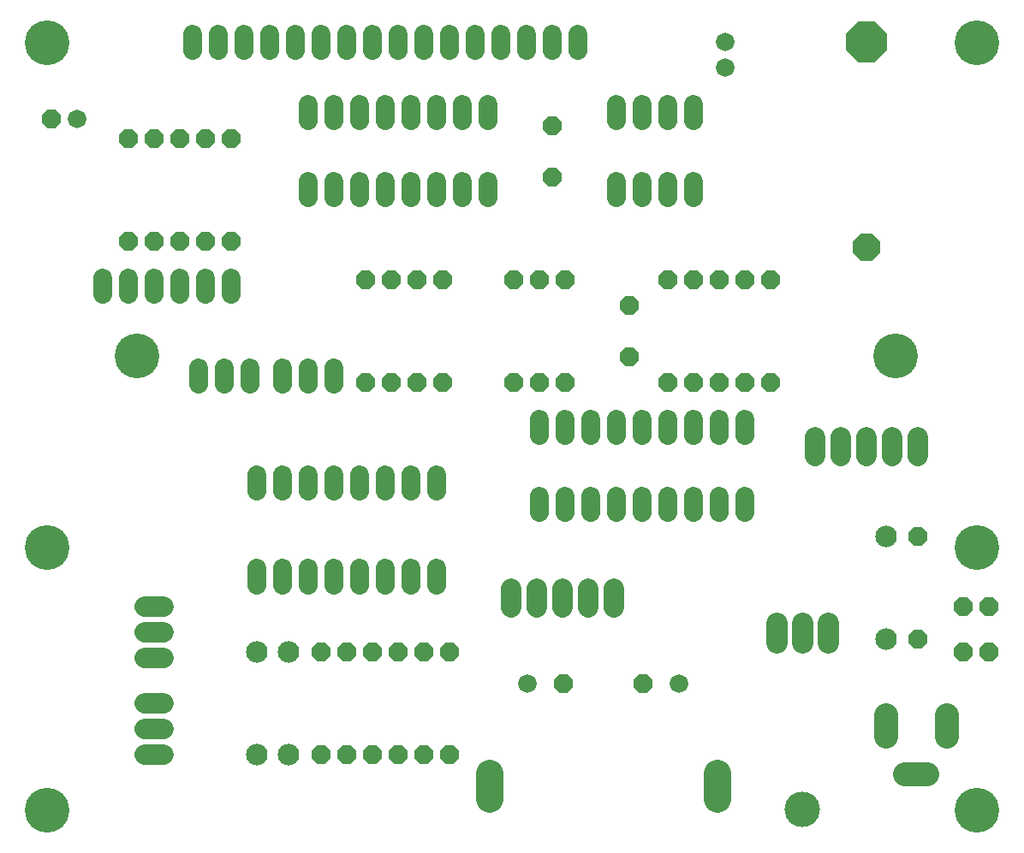
<source format=gbs>
G75*
G70*
%OFA0B0*%
%FSLAX24Y24*%
%IPPOS*%
%LPD*%
%AMOC8*
5,1,8,0,0,1.08239X$1,22.5*
%
%ADD10C,0.0720*%
%ADD11OC8,0.0720*%
%ADD12C,0.0720*%
%ADD13OC8,0.1080*%
%ADD14OC8,0.1580*%
%ADD15C,0.0840*%
%ADD16C,0.1380*%
%ADD17C,0.0800*%
%ADD18C,0.0840*%
%ADD19C,0.1080*%
%ADD20C,0.0940*%
%ADD21C,0.1740*%
D10*
X009972Y010582D02*
X009972Y011222D01*
X010972Y011222D02*
X010972Y010582D01*
X011972Y010582D02*
X011972Y011222D01*
X012972Y011222D02*
X012972Y010582D01*
X013972Y010582D02*
X013972Y011222D01*
X014972Y011222D02*
X014972Y010582D01*
X015972Y010582D02*
X015972Y011222D01*
X016972Y011222D02*
X016972Y010582D01*
X016972Y014222D02*
X016972Y014862D01*
X015972Y014862D02*
X015972Y014222D01*
X014972Y014222D02*
X014972Y014862D01*
X013972Y014862D02*
X013972Y014222D01*
X012972Y014222D02*
X012972Y014862D01*
X011972Y014862D02*
X011972Y014222D01*
X010972Y014222D02*
X010972Y014862D01*
X009972Y014862D02*
X009972Y014222D01*
X009722Y018402D02*
X009722Y019042D01*
X008722Y019042D02*
X008722Y018402D01*
X007722Y018402D02*
X007722Y019042D01*
X007972Y021902D02*
X007972Y022542D01*
X006972Y022542D02*
X006972Y021902D01*
X005972Y021902D02*
X005972Y022542D01*
X004972Y022542D02*
X004972Y021902D01*
X003972Y021902D02*
X003972Y022542D01*
X008972Y022542D02*
X008972Y021902D01*
X010972Y019042D02*
X010972Y018402D01*
X011972Y018402D02*
X011972Y019042D01*
X012972Y019042D02*
X012972Y018402D01*
X020972Y017042D02*
X020972Y016402D01*
X021972Y016402D02*
X021972Y017042D01*
X022972Y017042D02*
X022972Y016402D01*
X023972Y016402D02*
X023972Y017042D01*
X024972Y017042D02*
X024972Y016402D01*
X025972Y016402D02*
X025972Y017042D01*
X026972Y017042D02*
X026972Y016402D01*
X027972Y016402D02*
X027972Y017042D01*
X028972Y017042D02*
X028972Y016402D01*
X028972Y014042D02*
X028972Y013402D01*
X027972Y013402D02*
X027972Y014042D01*
X026972Y014042D02*
X026972Y013402D01*
X025972Y013402D02*
X025972Y014042D01*
X024972Y014042D02*
X024972Y013402D01*
X023972Y013402D02*
X023972Y014042D01*
X022972Y014042D02*
X022972Y013402D01*
X021972Y013402D02*
X021972Y014042D01*
X020972Y014042D02*
X020972Y013402D01*
X018972Y025652D02*
X018972Y026292D01*
X017972Y026292D02*
X017972Y025652D01*
X016972Y025652D02*
X016972Y026292D01*
X015972Y026292D02*
X015972Y025652D01*
X014972Y025652D02*
X014972Y026292D01*
X013972Y026292D02*
X013972Y025652D01*
X012972Y025652D02*
X012972Y026292D01*
X011972Y026292D02*
X011972Y025652D01*
X011972Y028652D02*
X011972Y029292D01*
X012972Y029292D02*
X012972Y028652D01*
X013972Y028652D02*
X013972Y029292D01*
X014972Y029292D02*
X014972Y028652D01*
X015972Y028652D02*
X015972Y029292D01*
X016972Y029292D02*
X016972Y028652D01*
X017972Y028652D02*
X017972Y029292D01*
X018972Y029292D02*
X018972Y028652D01*
X019472Y031402D02*
X019472Y032042D01*
X018472Y032042D02*
X018472Y031402D01*
X017472Y031402D02*
X017472Y032042D01*
X016472Y032042D02*
X016472Y031402D01*
X015472Y031402D02*
X015472Y032042D01*
X014472Y032042D02*
X014472Y031402D01*
X013472Y031402D02*
X013472Y032042D01*
X012472Y032042D02*
X012472Y031402D01*
X011472Y031402D02*
X011472Y032042D01*
X010472Y032042D02*
X010472Y031402D01*
X009472Y031402D02*
X009472Y032042D01*
X008472Y032042D02*
X008472Y031402D01*
X007472Y031402D02*
X007472Y032042D01*
X020472Y032042D02*
X020472Y031402D01*
X021472Y031402D02*
X021472Y032042D01*
X022472Y032042D02*
X022472Y031402D01*
X023972Y029292D02*
X023972Y028652D01*
X024972Y028652D02*
X024972Y029292D01*
X025972Y029292D02*
X025972Y028652D01*
X026972Y028652D02*
X026972Y029292D01*
X026972Y026292D02*
X026972Y025652D01*
X025972Y025652D02*
X025972Y026292D01*
X024972Y026292D02*
X024972Y025652D01*
X023972Y025652D02*
X023972Y026292D01*
D11*
X021472Y026472D03*
X021472Y028472D03*
X021972Y022472D03*
X020972Y022472D03*
X019972Y022472D03*
X017222Y022472D03*
X016222Y022472D03*
X015222Y022472D03*
X014222Y022472D03*
X014222Y018472D03*
X015222Y018472D03*
X016222Y018472D03*
X017222Y018472D03*
X019972Y018472D03*
X020972Y018472D03*
X021972Y018472D03*
X024472Y019472D03*
X025972Y018472D03*
X026972Y018472D03*
X027972Y018472D03*
X028972Y018472D03*
X029972Y018472D03*
X029972Y022472D03*
X028972Y022472D03*
X027972Y022472D03*
X026972Y022472D03*
X025972Y022472D03*
X024472Y021472D03*
X035722Y012472D03*
X037472Y009722D03*
X038472Y009722D03*
X038472Y007972D03*
X037472Y007972D03*
X035722Y008472D03*
X025022Y006722D03*
X021922Y006722D03*
X017472Y007972D03*
X016472Y007972D03*
X015472Y007972D03*
X014472Y007972D03*
X013472Y007972D03*
X012472Y007972D03*
X012472Y003972D03*
X013472Y003972D03*
X014472Y003972D03*
X015472Y003972D03*
X016472Y003972D03*
X017472Y003972D03*
X008972Y023972D03*
X007972Y023972D03*
X006972Y023972D03*
X005972Y023972D03*
X004972Y023972D03*
X004972Y027972D03*
X005972Y027972D03*
X006972Y027972D03*
X007972Y027972D03*
X008972Y027972D03*
X001972Y028722D03*
D12*
X002972Y028722D03*
X028222Y030722D03*
X028222Y031722D03*
X026422Y006722D03*
X020522Y006722D03*
D13*
X033722Y023722D03*
D14*
X033722Y031722D03*
D15*
X032222Y009102D02*
X032222Y008342D01*
X031222Y008342D02*
X031222Y009102D01*
X030222Y009102D02*
X030222Y008342D01*
D16*
X031222Y001822D03*
D17*
X023875Y009704D02*
X023875Y010424D01*
X022875Y010424D02*
X022875Y009704D01*
X021875Y009704D02*
X021875Y010424D01*
X020875Y010424D02*
X020875Y009704D01*
X019875Y009704D02*
X019875Y010424D01*
X031722Y015612D02*
X031722Y016332D01*
X032722Y016332D02*
X032722Y015612D01*
X033722Y015612D02*
X033722Y016332D01*
X034722Y016332D02*
X034722Y015612D01*
X035722Y015612D02*
X035722Y016332D01*
X006332Y009722D02*
X005612Y009722D01*
X005612Y008722D02*
X006332Y008722D01*
X006332Y007722D02*
X005612Y007722D01*
X005612Y005972D02*
X006332Y005972D01*
X006332Y004972D02*
X005612Y004972D01*
X005612Y003972D02*
X006332Y003972D01*
D18*
X009972Y003972D03*
X011222Y003972D03*
X011222Y007972D03*
X009972Y007972D03*
X034472Y008472D03*
X034472Y012472D03*
D19*
X027902Y003222D02*
X027902Y002222D01*
X019042Y002222D02*
X019042Y003222D01*
D20*
X034471Y004652D02*
X034471Y005512D01*
X036833Y005512D02*
X036833Y004652D01*
X036082Y003192D02*
X035222Y003192D01*
D21*
X001797Y001797D03*
X001797Y012033D03*
X005312Y019492D03*
X001797Y031718D03*
X034842Y019492D03*
X038017Y012033D03*
X038017Y001797D03*
X038017Y031718D03*
M02*

</source>
